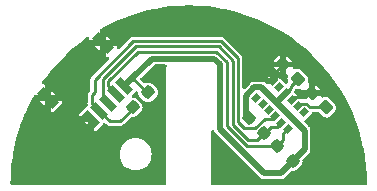
<source format=gbr>
%TF.GenerationSoftware,KiCad,Pcbnew,(7.0.0)*%
%TF.CreationDate,2023-03-07T16:38:13-05:00*%
%TF.ProjectId,laser-holder,6c617365-722d-4686-9f6c-6465722e6b69,A*%
%TF.SameCoordinates,Original*%
%TF.FileFunction,Copper,L1,Top*%
%TF.FilePolarity,Positive*%
%FSLAX46Y46*%
G04 Gerber Fmt 4.6, Leading zero omitted, Abs format (unit mm)*
G04 Created by KiCad (PCBNEW (7.0.0)) date 2023-03-07 16:38:13*
%MOMM*%
%LPD*%
G01*
G04 APERTURE LIST*
G04 Aperture macros list*
%AMRoundRect*
0 Rectangle with rounded corners*
0 $1 Rounding radius*
0 $2 $3 $4 $5 $6 $7 $8 $9 X,Y pos of 4 corners*
0 Add a 4 corners polygon primitive as box body*
4,1,4,$2,$3,$4,$5,$6,$7,$8,$9,$2,$3,0*
0 Add four circle primitives for the rounded corners*
1,1,$1+$1,$2,$3*
1,1,$1+$1,$4,$5*
1,1,$1+$1,$6,$7*
1,1,$1+$1,$8,$9*
0 Add four rect primitives between the rounded corners*
20,1,$1+$1,$2,$3,$4,$5,0*
20,1,$1+$1,$4,$5,$6,$7,0*
20,1,$1+$1,$6,$7,$8,$9,0*
20,1,$1+$1,$8,$9,$2,$3,0*%
%AMRotRect*
0 Rectangle, with rotation*
0 The origin of the aperture is its center*
0 $1 length*
0 $2 width*
0 $3 Rotation angle, in degrees counterclockwise*
0 Add horizontal line*
21,1,$1,$2,0,0,$3*%
G04 Aperture macros list end*
%TA.AperFunction,SMDPad,CuDef*%
%ADD10RotRect,0.600000X1.550000X225.000000*%
%TD*%
%TA.AperFunction,SMDPad,CuDef*%
%ADD11RotRect,0.800000X1.800000X225.000000*%
%TD*%
%TA.AperFunction,SMDPad,CuDef*%
%ADD12RoundRect,0.237500X-0.344715X0.008839X0.008839X-0.344715X0.344715X-0.008839X-0.008839X0.344715X0*%
%TD*%
%TA.AperFunction,SMDPad,CuDef*%
%ADD13RoundRect,0.237500X0.008839X0.344715X-0.344715X-0.008839X-0.008839X-0.344715X0.344715X0.008839X0*%
%TD*%
%TA.AperFunction,SMDPad,CuDef*%
%ADD14RoundRect,0.237500X0.380070X-0.044194X-0.044194X0.380070X-0.380070X0.044194X0.044194X-0.380070X0*%
%TD*%
%TA.AperFunction,SMDPad,CuDef*%
%ADD15RotRect,0.600000X0.550000X45.000000*%
%TD*%
%TA.AperFunction,SMDPad,CuDef*%
%ADD16RoundRect,0.237500X0.344715X-0.008839X-0.008839X0.344715X-0.344715X0.008839X0.008839X-0.344715X0*%
%TD*%
%TA.AperFunction,Conductor*%
%ADD17C,0.250000*%
%TD*%
%TA.AperFunction,Conductor*%
%ADD18C,0.500000*%
%TD*%
G04 APERTURE END LIST*
D10*
%TO.P,J1,1,Pin_1*%
%TO.N,VCC*%
X139107285Y-94720278D03*
%TO.P,J1,2,Pin_2*%
%TO.N,/SDA*%
X138400178Y-95427385D03*
%TO.P,J1,3,Pin_3*%
%TO.N,/SCL*%
X137693071Y-96134492D03*
%TO.P,J1,4,Pin_4*%
%TO.N,/GPIO0*%
X136985964Y-96841599D03*
%TO.P,J1,5,Pin_5*%
%TO.N,GND*%
X136278857Y-97548706D03*
D11*
%TO.P,J1,SH1,Shield*%
X137321840Y-91096356D03*
%TO.P,J1,SH2,Shield*%
X132654935Y-95763261D03*
%TD*%
D12*
%TO.P,R2,2*%
%TO.N,/SCL*%
X150957196Y-98698617D03*
%TO.P,R2,1*%
%TO.N,VCC*%
X149666726Y-97408147D03*
%TD*%
D13*
%TO.P,R3,1*%
%TO.N,VCC*%
X141111961Y-95254765D03*
%TO.P,R3,2*%
%TO.N,/GPIO0*%
X139821491Y-96545235D03*
%TD*%
D14*
%TO.P,C2,2*%
%TO.N,GND*%
X154966726Y-95308147D03*
%TO.P,C2,1*%
%TO.N,Net-(U1-AVDD_VCSEL)*%
X156186486Y-96527907D03*
%TD*%
D15*
%TO.P,U1,12,AVSS*%
%TO.N,GND*%
X151707106Y-94292892D03*
%TO.P,U1,11,NC*%
%TO.N,unconnected-(U1-NC-Pad11)*%
X152237436Y-94823222D03*
%TO.P,U1,10,AVDD*%
%TO.N,VCC*%
X152767766Y-95353552D03*
%TO.P,U1,9,AVSS_VCSEL*%
%TO.N,GND*%
X153298096Y-95883882D03*
%TO.P,U1,8,AVDD_VCSEL*%
%TO.N,Net-(U1-AVDD_VCSEL)*%
X153828426Y-96414213D03*
%TO.P,U1,7,NC*%
%TO.N,unconnected-(U1-NC-Pad7)*%
X154358756Y-96944543D03*
%TO.P,U1,6,SDA*%
%TO.N,/SDA*%
X152944543Y-98358756D03*
%TO.P,U1,5,SCL*%
%TO.N,/SCL*%
X152414213Y-97828426D03*
%TO.P,U1,4,GPIO0*%
%TO.N,/GPIO0*%
X151883882Y-97298096D03*
%TO.P,U1,3,NC*%
%TO.N,unconnected-(U1-NC-Pad3)*%
X151353552Y-96767766D03*
%TO.P,U1,2,NC*%
%TO.N,unconnected-(U1-NC-Pad2)*%
X150823222Y-96237436D03*
%TO.P,U1,1,GPIO1*%
%TO.N,unconnected-(U1-GPIO1-Pad1)*%
X150292892Y-95707106D03*
%TD*%
D16*
%TO.P,R1,2*%
%TO.N,/SDA*%
X152066726Y-99808147D03*
%TO.P,R1,1*%
%TO.N,VCC*%
X153357196Y-101098617D03*
%TD*%
D14*
%TO.P,C1,1*%
%TO.N,VCC*%
X153786486Y-94127907D03*
%TO.P,C1,2*%
%TO.N,GND*%
X152566726Y-92908147D03*
%TD*%
D17*
%TO.N,GND*%
X152000000Y-93474873D02*
X152566726Y-92908147D01*
X151707107Y-94292893D02*
X152000000Y-94000000D01*
X152000000Y-94000000D02*
X152000000Y-93474873D01*
D18*
%TO.N,VCC*%
X152050609Y-96070711D02*
X152767767Y-95353553D01*
X151929289Y-96070711D02*
X152050609Y-96070711D01*
X151929289Y-96070711D02*
X154366726Y-98508147D01*
X150709100Y-94850521D02*
X151929289Y-96070711D01*
D17*
%TO.N,/GPIO0*%
X136366726Y-96222361D02*
X136985965Y-96841600D01*
X136366726Y-95508147D02*
X136366726Y-96222361D01*
X136607932Y-95266941D02*
X136366726Y-95508147D01*
X136607932Y-94194149D02*
X136607932Y-95266941D01*
X139868934Y-90933147D02*
X136607932Y-94194149D01*
X147277690Y-90933147D02*
X139868934Y-90933147D01*
X150996534Y-97510229D02*
X150191401Y-98315362D01*
X149237544Y-98315362D02*
X148733883Y-97811701D01*
X151671751Y-97510229D02*
X150996534Y-97510229D01*
X148733883Y-97811701D02*
X148733883Y-92389340D01*
X151883883Y-97298097D02*
X151671751Y-97510229D01*
X150191401Y-98315362D02*
X149237544Y-98315362D01*
X148733883Y-92389340D02*
X147277690Y-90933147D01*
X138766726Y-97708147D02*
X139821491Y-96653382D01*
X137866726Y-97708147D02*
X138766726Y-97708147D01*
X137000179Y-96841600D02*
X137866726Y-97708147D01*
X136985965Y-96841600D02*
X137000179Y-96841600D01*
%TO.N,VCC*%
X141111961Y-95353382D02*
X139793072Y-94034493D01*
X141111961Y-95362912D02*
X141111961Y-95353382D01*
D18*
X139793072Y-94034493D02*
X141419418Y-92408147D01*
X139107286Y-94720279D02*
X139793072Y-94034493D01*
D17*
X139178858Y-94720279D02*
X139107286Y-94720279D01*
D18*
X154366726Y-100089087D02*
X153357196Y-101098617D01*
X154366726Y-98508147D02*
X154366726Y-100089087D01*
X149436307Y-95538389D02*
X150124175Y-94850521D01*
X150124175Y-94850521D02*
X150709100Y-94850521D01*
X149436307Y-97177728D02*
X149436307Y-95538389D01*
X149666726Y-97408147D02*
X149436307Y-97177728D01*
D17*
%TO.N,/SCL*%
X150357716Y-99298097D02*
X150957196Y-98698617D01*
X148283883Y-97998097D02*
X149583883Y-99298097D01*
X148283883Y-92575736D02*
X148283883Y-97998097D01*
X140055330Y-91383147D02*
X147091294Y-91383147D01*
X137284924Y-94153553D02*
X140055330Y-91383147D01*
X149583883Y-99298097D02*
X150357716Y-99298097D01*
X137693072Y-96134493D02*
X137284924Y-95726345D01*
X137284924Y-95726345D02*
X137284924Y-94153553D01*
X147091294Y-91383147D02*
X148283883Y-92575736D01*
%TO.N,/SDA*%
X149457537Y-99808147D02*
X152066726Y-99808147D01*
X146904898Y-91833147D02*
X147783883Y-92712132D01*
X147783883Y-92712132D02*
X147783883Y-98134493D01*
X137734924Y-94762131D02*
X137734924Y-94339949D01*
X140241726Y-91833147D02*
X146904898Y-91833147D01*
X138400179Y-95427386D02*
X137734924Y-94762131D01*
X137734924Y-94339949D02*
X140241726Y-91833147D01*
X147783883Y-98134493D02*
X149457537Y-99808147D01*
D18*
%TO.N,VCC*%
X152347666Y-102108147D02*
X153357196Y-101098617D01*
X150944365Y-102108147D02*
X152347666Y-102108147D01*
X147166726Y-98330508D02*
X150944365Y-102108147D01*
X147166726Y-92908147D02*
X147166726Y-98330508D01*
X146666726Y-92408147D02*
X147166726Y-92908147D01*
X141419418Y-92408147D02*
X146666726Y-92408147D01*
D17*
%TO.N,GND*%
X152566726Y-93015254D02*
X152566726Y-92908147D01*
%TO.N,VCC*%
X153183883Y-94730510D02*
X153786486Y-94127907D01*
X153183883Y-94937437D02*
X153183883Y-94730510D01*
X152767767Y-95353553D02*
X153183883Y-94937437D01*
%TO.N,GND*%
X154383883Y-95698097D02*
X154773833Y-95308147D01*
X154357537Y-95671751D02*
X154383883Y-95698097D01*
X153510229Y-95671751D02*
X154357537Y-95671751D01*
X153298097Y-95883883D02*
X153510229Y-95671751D01*
X154773833Y-95308147D02*
X154966726Y-95308147D01*
%TO.N,/SDA*%
X152583883Y-99290990D02*
X152066726Y-99808147D01*
X152583883Y-98719418D02*
X152583883Y-99290990D01*
X152944544Y-98358757D02*
X152583883Y-98719418D01*
%TO.N,/SCL*%
X151483883Y-98198097D02*
X152044544Y-98198097D01*
X152044544Y-98198097D02*
X152414214Y-97828427D01*
X150983363Y-98698617D02*
X151483883Y-98198097D01*
X150957196Y-98698617D02*
X150983363Y-98698617D01*
%TO.N,Net-(U1-AVDD_VCSEL)*%
X154029683Y-96212958D02*
X153828427Y-96414214D01*
X154826004Y-96527907D02*
X154511055Y-96212958D01*
X154511055Y-96212958D02*
X154029683Y-96212958D01*
X156186486Y-96527907D02*
X154826004Y-96527907D01*
%TD*%
%TA.AperFunction,Conductor*%
%TO.N,GND*%
G36*
X145328357Y-87927946D02*
G01*
X145334614Y-87928263D01*
X146091201Y-87985880D01*
X146097451Y-87986516D01*
X146850073Y-88082368D01*
X146856273Y-88083318D01*
X147603169Y-88217186D01*
X147609284Y-88218443D01*
X148348395Y-88389957D01*
X148354446Y-88391523D01*
X149083957Y-88600262D01*
X149089931Y-88602137D01*
X149807892Y-88847543D01*
X149813755Y-88849715D01*
X150518390Y-89131179D01*
X150524143Y-89133649D01*
X151213599Y-89450433D01*
X151219232Y-89453195D01*
X151555497Y-89628846D01*
X151891755Y-89804494D01*
X151897248Y-89807543D01*
X152551114Y-90192452D01*
X152556445Y-90195775D01*
X153189982Y-90613311D01*
X153195139Y-90616901D01*
X153806679Y-91065963D01*
X153811647Y-91069808D01*
X154399673Y-91549280D01*
X154404440Y-91553372D01*
X154967449Y-92062031D01*
X154972002Y-92066360D01*
X155508501Y-92602858D01*
X155512830Y-92607411D01*
X156021491Y-93170421D01*
X156025583Y-93175188D01*
X156505063Y-93763224D01*
X156508908Y-93768192D01*
X156957977Y-94379741D01*
X156961567Y-94384898D01*
X157379096Y-95018425D01*
X157382419Y-95023756D01*
X157767328Y-95677623D01*
X157770377Y-95683116D01*
X158121671Y-96355632D01*
X158124437Y-96361273D01*
X158441209Y-97050697D01*
X158443687Y-97056470D01*
X158725153Y-97761109D01*
X158727335Y-97767001D01*
X158972731Y-98484930D01*
X158974612Y-98490924D01*
X159183344Y-99220410D01*
X159184918Y-99226492D01*
X159356424Y-99965567D01*
X159357689Y-99971721D01*
X159491548Y-100718574D01*
X159492499Y-100724784D01*
X159588357Y-101477440D01*
X159588993Y-101483690D01*
X159646606Y-102240247D01*
X159646924Y-102246522D01*
X159665525Y-102980506D01*
X159649984Y-103043824D01*
X159604470Y-103090507D01*
X159541565Y-103107647D01*
X146591226Y-103107647D01*
X146529226Y-103091034D01*
X146483839Y-103045647D01*
X146467226Y-102983647D01*
X146467226Y-98574557D01*
X146485964Y-98509014D01*
X146536515Y-98463280D01*
X146603600Y-98451176D01*
X146666946Y-98476361D01*
X146707408Y-98531223D01*
X146719830Y-98564529D01*
X146719831Y-98564531D01*
X146722930Y-98572839D01*
X146728245Y-98579939D01*
X146732494Y-98587720D01*
X146732392Y-98587775D01*
X146732772Y-98588415D01*
X146732869Y-98588353D01*
X146737665Y-98595815D01*
X146741349Y-98603881D01*
X146773873Y-98641415D01*
X146779414Y-98648293D01*
X146787505Y-98659101D01*
X146790642Y-98662238D01*
X146797048Y-98668644D01*
X146803080Y-98675123D01*
X146829791Y-98705950D01*
X146829793Y-98705952D01*
X146835598Y-98712651D01*
X146843054Y-98717442D01*
X146849763Y-98723256D01*
X146849687Y-98723343D01*
X146860297Y-98731893D01*
X150542980Y-102414575D01*
X150551532Y-102425187D01*
X150551620Y-102425112D01*
X150557426Y-102431813D01*
X150562222Y-102439275D01*
X150568924Y-102445082D01*
X150599756Y-102471798D01*
X150606235Y-102477830D01*
X150615772Y-102487367D01*
X150619323Y-102490025D01*
X150626563Y-102495445D01*
X150633456Y-102500999D01*
X150670992Y-102533524D01*
X150679060Y-102537208D01*
X150686519Y-102542002D01*
X150686455Y-102542100D01*
X150687094Y-102542479D01*
X150687150Y-102542377D01*
X150694930Y-102546625D01*
X150702034Y-102551943D01*
X150748587Y-102569306D01*
X150756725Y-102572677D01*
X150801908Y-102593312D01*
X150810691Y-102594574D01*
X150819197Y-102597072D01*
X150819163Y-102597184D01*
X150819880Y-102597367D01*
X150819905Y-102597253D01*
X150828569Y-102599137D01*
X150836882Y-102602238D01*
X150886417Y-102605780D01*
X150895202Y-102606725D01*
X150908566Y-102608647D01*
X150922057Y-102608647D01*
X150930903Y-102608962D01*
X150980438Y-102612506D01*
X150989104Y-102610620D01*
X150997951Y-102609988D01*
X150997959Y-102610103D01*
X151011509Y-102608647D01*
X152280522Y-102608647D01*
X152294071Y-102610103D01*
X152294080Y-102609988D01*
X152302926Y-102610620D01*
X152311593Y-102612506D01*
X152361127Y-102608962D01*
X152369974Y-102608647D01*
X152379031Y-102608647D01*
X152383465Y-102608647D01*
X152396828Y-102606725D01*
X152405615Y-102605780D01*
X152455149Y-102602238D01*
X152463459Y-102599137D01*
X152472126Y-102597253D01*
X152472150Y-102597367D01*
X152472868Y-102597184D01*
X152472835Y-102597072D01*
X152481341Y-102594574D01*
X152490123Y-102593312D01*
X152535313Y-102572673D01*
X152543453Y-102569302D01*
X152589997Y-102551943D01*
X152597099Y-102546625D01*
X152604885Y-102542375D01*
X152604940Y-102542477D01*
X152605574Y-102542101D01*
X152605511Y-102542002D01*
X152612967Y-102537209D01*
X152621039Y-102533524D01*
X152658574Y-102500999D01*
X152665441Y-102495465D01*
X152676259Y-102487368D01*
X152685808Y-102477817D01*
X152692274Y-102471798D01*
X152729809Y-102439275D01*
X152734603Y-102431814D01*
X152740415Y-102425108D01*
X152740502Y-102425183D01*
X152749051Y-102414575D01*
X153200831Y-101962794D01*
X153249352Y-101932822D01*
X153306152Y-101927739D01*
X153366035Y-101936349D01*
X153504935Y-101916379D01*
X153632580Y-101858085D01*
X153678099Y-101821403D01*
X154079982Y-101419520D01*
X154116664Y-101374001D01*
X154174958Y-101246356D01*
X154194928Y-101107456D01*
X154186318Y-101047573D01*
X154191401Y-100990773D01*
X154221373Y-100942252D01*
X154673156Y-100490469D01*
X154683762Y-100481923D01*
X154683687Y-100481836D01*
X154690393Y-100476024D01*
X154697854Y-100471230D01*
X154730379Y-100433691D01*
X154736400Y-100427226D01*
X154745947Y-100417680D01*
X154754044Y-100406862D01*
X154759581Y-100399990D01*
X154792103Y-100362460D01*
X154795788Y-100354388D01*
X154800581Y-100346932D01*
X154800680Y-100346995D01*
X154801056Y-100346361D01*
X154800954Y-100346306D01*
X154805204Y-100338520D01*
X154810522Y-100331418D01*
X154827881Y-100284874D01*
X154831252Y-100276734D01*
X154851891Y-100231544D01*
X154853153Y-100222762D01*
X154855651Y-100214256D01*
X154855763Y-100214289D01*
X154855946Y-100213571D01*
X154855832Y-100213547D01*
X154857716Y-100204880D01*
X154860817Y-100196570D01*
X154864359Y-100147036D01*
X154865304Y-100138249D01*
X154867226Y-100124886D01*
X154867226Y-100111395D01*
X154867542Y-100102548D01*
X154870452Y-100061860D01*
X154871085Y-100053014D01*
X154869199Y-100044347D01*
X154868567Y-100035501D01*
X154868682Y-100035492D01*
X154867226Y-100021943D01*
X154867226Y-98575291D01*
X154868682Y-98561741D01*
X154868567Y-98561733D01*
X154869199Y-98552886D01*
X154871085Y-98544220D01*
X154867541Y-98494685D01*
X154867226Y-98485839D01*
X154867226Y-98476783D01*
X154867226Y-98472348D01*
X154865304Y-98458984D01*
X154864359Y-98450193D01*
X154860817Y-98400664D01*
X154857716Y-98392351D01*
X154855832Y-98383687D01*
X154855946Y-98383662D01*
X154855763Y-98382945D01*
X154855651Y-98382979D01*
X154853153Y-98374473D01*
X154851891Y-98365690D01*
X154831256Y-98320507D01*
X154827885Y-98312369D01*
X154810522Y-98265816D01*
X154805204Y-98258712D01*
X154800956Y-98250932D01*
X154801058Y-98250876D01*
X154800679Y-98250237D01*
X154800581Y-98250301D01*
X154795787Y-98242841D01*
X154792103Y-98234774D01*
X154786296Y-98228072D01*
X154786292Y-98228066D01*
X154759586Y-98197246D01*
X154754032Y-98190354D01*
X154751923Y-98187537D01*
X154745947Y-98179554D01*
X154736401Y-98170008D01*
X154730384Y-98163547D01*
X154697854Y-98126004D01*
X154690394Y-98121210D01*
X154683689Y-98115399D01*
X154683764Y-98115311D01*
X154673153Y-98106760D01*
X154364868Y-97798475D01*
X154332265Y-97740922D01*
X154333889Y-97674796D01*
X154369278Y-97618914D01*
X154416061Y-97595367D01*
X154415558Y-97594153D01*
X154426841Y-97589478D01*
X154438820Y-97587096D01*
X154500762Y-97545708D01*
X154959921Y-97086549D01*
X155001309Y-97024607D01*
X155005564Y-97003212D01*
X155028808Y-96951919D01*
X155072339Y-96916194D01*
X155127182Y-96903407D01*
X155484612Y-96903407D01*
X155532065Y-96912846D01*
X155572293Y-96939725D01*
X155918616Y-97286049D01*
X155964135Y-97322730D01*
X156091780Y-97381024D01*
X156230680Y-97400994D01*
X156369580Y-97381024D01*
X156497225Y-97322730D01*
X156542745Y-97286049D01*
X156944628Y-96884166D01*
X156981309Y-96838646D01*
X157039603Y-96711001D01*
X157059573Y-96572101D01*
X157039603Y-96433201D01*
X156981309Y-96305556D01*
X156944628Y-96260037D01*
X156454356Y-95769765D01*
X156408837Y-95733084D01*
X156401779Y-95729860D01*
X156401778Y-95729860D01*
X156289259Y-95678474D01*
X156289258Y-95678473D01*
X156281192Y-95674790D01*
X156272418Y-95673528D01*
X156272413Y-95673527D01*
X156151070Y-95656082D01*
X156142292Y-95654820D01*
X156133514Y-95656082D01*
X156012170Y-95673527D01*
X156012163Y-95673528D01*
X156003392Y-95674790D01*
X155995329Y-95678472D01*
X155995323Y-95678474D01*
X155957893Y-95695568D01*
X155892027Y-95705939D01*
X155830312Y-95680698D01*
X155790593Y-95627142D01*
X155784376Y-95561008D01*
X155773164Y-95558147D01*
X154212374Y-95558147D01*
X154201432Y-95561306D01*
X154205838Y-95571810D01*
X154206890Y-95573115D01*
X154211315Y-95578041D01*
X154259051Y-95625777D01*
X154289301Y-95675140D01*
X154293843Y-95732856D01*
X154271688Y-95786343D01*
X154227665Y-95823943D01*
X154171370Y-95837458D01*
X154081488Y-95837458D01*
X154056018Y-95834814D01*
X154052616Y-95834100D01*
X154006496Y-95811989D01*
X154005788Y-95813050D01*
X153961353Y-95783360D01*
X153927140Y-95749147D01*
X153902258Y-95711907D01*
X153894559Y-95702527D01*
X153505070Y-95313038D01*
X153474404Y-95262371D01*
X153470736Y-95203260D01*
X153494899Y-95149192D01*
X153518692Y-95118626D01*
X153521273Y-95111105D01*
X153525893Y-95104636D01*
X153538182Y-95063355D01*
X153571681Y-95008781D01*
X153627945Y-94978196D01*
X153688849Y-94979685D01*
X153691780Y-94981024D01*
X153830680Y-95000994D01*
X153969580Y-94981024D01*
X153977648Y-94977339D01*
X153986157Y-94974841D01*
X153986533Y-94976122D01*
X154044970Y-94967363D01*
X154107736Y-94994682D01*
X154146442Y-95051142D01*
X154147704Y-95054935D01*
X154160288Y-95058147D01*
X154700400Y-95058147D01*
X154713275Y-95054696D01*
X154716726Y-95041821D01*
X155216726Y-95041821D01*
X155220176Y-95054696D01*
X155233052Y-95058147D01*
X155721078Y-95058147D01*
X155732019Y-95054987D01*
X155727613Y-95044483D01*
X155726561Y-95043178D01*
X155722136Y-95038252D01*
X155236620Y-94552736D01*
X155231694Y-94548311D01*
X155230389Y-94547259D01*
X155219885Y-94542853D01*
X155216726Y-94553795D01*
X155216726Y-95041821D01*
X154716726Y-95041821D01*
X154716726Y-94501709D01*
X154713514Y-94489125D01*
X154709721Y-94487863D01*
X154653261Y-94449157D01*
X154625942Y-94386391D01*
X154634701Y-94327954D01*
X154633420Y-94327578D01*
X154635918Y-94319069D01*
X154639603Y-94311001D01*
X154659573Y-94172101D01*
X154652336Y-94121768D01*
X154640865Y-94041979D01*
X154639603Y-94033201D01*
X154581309Y-93905556D01*
X154544628Y-93860037D01*
X154054356Y-93369765D01*
X154008837Y-93333084D01*
X154001779Y-93329860D01*
X154001778Y-93329860D01*
X153889259Y-93278474D01*
X153889258Y-93278473D01*
X153881192Y-93274790D01*
X153872418Y-93273528D01*
X153872413Y-93273527D01*
X153751070Y-93256082D01*
X153742292Y-93254820D01*
X153733514Y-93256082D01*
X153612170Y-93273527D01*
X153612163Y-93273528D01*
X153603392Y-93274790D01*
X153595329Y-93278472D01*
X153595323Y-93278474D01*
X153557893Y-93295568D01*
X153492027Y-93305939D01*
X153430312Y-93280698D01*
X153390593Y-93227142D01*
X153384376Y-93161008D01*
X153373164Y-93158147D01*
X152833052Y-93158147D01*
X152820176Y-93161597D01*
X152816726Y-93174473D01*
X152816726Y-93714585D01*
X152819587Y-93725797D01*
X152885721Y-93732014D01*
X152939277Y-93771733D01*
X152964518Y-93833448D01*
X152954147Y-93899314D01*
X152937053Y-93936744D01*
X152937051Y-93936750D01*
X152933369Y-93944813D01*
X152932107Y-93953584D01*
X152932106Y-93953591D01*
X152919399Y-94041979D01*
X152913399Y-94083713D01*
X152914661Y-94092491D01*
X152932106Y-94213834D01*
X152932107Y-94213839D01*
X152933369Y-94222613D01*
X152937052Y-94230679D01*
X152937053Y-94230680D01*
X152967820Y-94298049D01*
X152979020Y-94348317D01*
X152968831Y-94398799D01*
X152939011Y-94440789D01*
X152934645Y-94444808D01*
X152926047Y-94450426D01*
X152919738Y-94458530D01*
X152919734Y-94458535D01*
X152906603Y-94475405D01*
X152903156Y-94479332D01*
X152903301Y-94479455D01*
X152899988Y-94483365D01*
X152896363Y-94486992D01*
X152893388Y-94491158D01*
X152893381Y-94491167D01*
X152891194Y-94494232D01*
X152851535Y-94529989D01*
X152800517Y-94545754D01*
X152747600Y-94538601D01*
X152702597Y-94509858D01*
X152419110Y-94226371D01*
X152414798Y-94222059D01*
X152409730Y-94218672D01*
X152409723Y-94218667D01*
X152370362Y-94192367D01*
X152336149Y-94158155D01*
X152311268Y-94120918D01*
X152303569Y-94111537D01*
X151967484Y-93775452D01*
X151959337Y-93770460D01*
X151957107Y-93779751D01*
X151957107Y-94309022D01*
X151947668Y-94356475D01*
X151920788Y-94396703D01*
X151810917Y-94506574D01*
X151770689Y-94533454D01*
X151723236Y-94542893D01*
X151179289Y-94542893D01*
X151179289Y-94542195D01*
X151138417Y-94542121D01*
X151086596Y-94515366D01*
X151053701Y-94486863D01*
X151047236Y-94480843D01*
X151040830Y-94474437D01*
X151040829Y-94474436D01*
X151037693Y-94471300D01*
X151026877Y-94463203D01*
X151020007Y-94457668D01*
X150982473Y-94425144D01*
X150974407Y-94421460D01*
X150966945Y-94416664D01*
X150967007Y-94416567D01*
X150966367Y-94416187D01*
X150966312Y-94416289D01*
X150958531Y-94412040D01*
X150951431Y-94406725D01*
X150943123Y-94403626D01*
X150943121Y-94403625D01*
X150904890Y-94389366D01*
X150896713Y-94385978D01*
X150859627Y-94369041D01*
X150859624Y-94369040D01*
X150851557Y-94365356D01*
X150842776Y-94364093D01*
X150834271Y-94361596D01*
X150834303Y-94361485D01*
X150833579Y-94361300D01*
X150833555Y-94361413D01*
X150824889Y-94359527D01*
X150816583Y-94356430D01*
X150807742Y-94355797D01*
X150807740Y-94355797D01*
X150767046Y-94352886D01*
X150758255Y-94351941D01*
X150744899Y-94350021D01*
X150740470Y-94350021D01*
X150731408Y-94350021D01*
X150722561Y-94349705D01*
X150681873Y-94346794D01*
X150681867Y-94346794D01*
X150673027Y-94346162D01*
X150664362Y-94348046D01*
X150655514Y-94348680D01*
X150655505Y-94348564D01*
X150641956Y-94350021D01*
X150191319Y-94350021D01*
X150177769Y-94348564D01*
X150177761Y-94348680D01*
X150168912Y-94348046D01*
X150160248Y-94346162D01*
X150151406Y-94346794D01*
X150151401Y-94346794D01*
X150110714Y-94349705D01*
X150101867Y-94350021D01*
X150088376Y-94350021D01*
X150083994Y-94350650D01*
X150083992Y-94350651D01*
X150075019Y-94351941D01*
X150066229Y-94352886D01*
X150025537Y-94355797D01*
X150025535Y-94355797D01*
X150016692Y-94356430D01*
X150008383Y-94359528D01*
X149999720Y-94361413D01*
X149999695Y-94361300D01*
X149998969Y-94361485D01*
X149999002Y-94361596D01*
X149990494Y-94364093D01*
X149981718Y-94365356D01*
X149973657Y-94369037D01*
X149973651Y-94369039D01*
X149936541Y-94385987D01*
X149928371Y-94389370D01*
X149915628Y-94394123D01*
X149890154Y-94403625D01*
X149890151Y-94403626D01*
X149881844Y-94406725D01*
X149874743Y-94412040D01*
X149866962Y-94416289D01*
X149866907Y-94416188D01*
X149866266Y-94416569D01*
X149866328Y-94416665D01*
X149858864Y-94421461D01*
X149850802Y-94425144D01*
X149844105Y-94430946D01*
X149844100Y-94430950D01*
X149813273Y-94457661D01*
X149806396Y-94463203D01*
X149799126Y-94468645D01*
X149799102Y-94468665D01*
X149795582Y-94471301D01*
X149792462Y-94474420D01*
X149792449Y-94474432D01*
X149786035Y-94480845D01*
X149779568Y-94486866D01*
X149748735Y-94513584D01*
X149748732Y-94513586D01*
X149742032Y-94519393D01*
X149737237Y-94526853D01*
X149731432Y-94533553D01*
X149731344Y-94533477D01*
X149722789Y-94544092D01*
X149321064Y-94945817D01*
X149271701Y-94976067D01*
X149213985Y-94980609D01*
X149160498Y-94958454D01*
X149122898Y-94914431D01*
X149109383Y-94858136D01*
X149109383Y-94040662D01*
X151220030Y-94040662D01*
X151229321Y-94042893D01*
X151440781Y-94042893D01*
X151453656Y-94039442D01*
X151457107Y-94026567D01*
X151457107Y-93815107D01*
X151454876Y-93805816D01*
X151446729Y-93810808D01*
X151225022Y-94032515D01*
X151220030Y-94040662D01*
X149109383Y-94040662D01*
X149109383Y-93161306D01*
X151801432Y-93161306D01*
X151805838Y-93171810D01*
X151806890Y-93173115D01*
X151811315Y-93178041D01*
X152296831Y-93663557D01*
X152301757Y-93667982D01*
X152303062Y-93669034D01*
X152313566Y-93673440D01*
X152316726Y-93662499D01*
X152316726Y-93174473D01*
X152313275Y-93161597D01*
X152300400Y-93158147D01*
X151812374Y-93158147D01*
X151801432Y-93161306D01*
X149109383Y-93161306D01*
X149109383Y-92655301D01*
X151749141Y-92655301D01*
X151760288Y-92658147D01*
X152300400Y-92658147D01*
X152313275Y-92654696D01*
X152316726Y-92641821D01*
X152816726Y-92641821D01*
X152820176Y-92654696D01*
X152833052Y-92658147D01*
X153321078Y-92658147D01*
X153332019Y-92654987D01*
X153327613Y-92644483D01*
X153326561Y-92643178D01*
X153322136Y-92638252D01*
X152836620Y-92152736D01*
X152831694Y-92148311D01*
X152830389Y-92147259D01*
X152819885Y-92142853D01*
X152816726Y-92153795D01*
X152816726Y-92641821D01*
X152316726Y-92641821D01*
X152316726Y-92101709D01*
X152313880Y-92090562D01*
X152302559Y-92092604D01*
X152263310Y-92110528D01*
X152250222Y-92118613D01*
X152213369Y-92148311D01*
X152208443Y-92152736D01*
X151811315Y-92549864D01*
X151806890Y-92554790D01*
X151777192Y-92591643D01*
X151769107Y-92604731D01*
X151751183Y-92643980D01*
X151749141Y-92655301D01*
X149109383Y-92655301D01*
X149109383Y-92441145D01*
X149112023Y-92415696D01*
X149112141Y-92415130D01*
X149112141Y-92415129D01*
X149114250Y-92405072D01*
X149110334Y-92373663D01*
X149110011Y-92368453D01*
X149109807Y-92368470D01*
X149109383Y-92363358D01*
X149109383Y-92358226D01*
X149105957Y-92337702D01*
X149105224Y-92332666D01*
X149100020Y-92290912D01*
X149098749Y-92280714D01*
X149095256Y-92273569D01*
X149093948Y-92265730D01*
X149069041Y-92219706D01*
X149066720Y-92215199D01*
X149043709Y-92168129D01*
X149038085Y-92162505D01*
X149034302Y-92155514D01*
X149026741Y-92148554D01*
X149026740Y-92148552D01*
X148995800Y-92120070D01*
X148992102Y-92116522D01*
X147579840Y-90704259D01*
X147563712Y-90684398D01*
X147563396Y-90683915D01*
X147563393Y-90683912D01*
X147557774Y-90675311D01*
X147532799Y-90655872D01*
X147528880Y-90652411D01*
X147528748Y-90652568D01*
X147524833Y-90649252D01*
X147521208Y-90645627D01*
X147504281Y-90633542D01*
X147500171Y-90630477D01*
X147466987Y-90604649D01*
X147458879Y-90598338D01*
X147451358Y-90595756D01*
X147444889Y-90591137D01*
X147435043Y-90588205D01*
X147435040Y-90588204D01*
X147394733Y-90576203D01*
X147389857Y-90574641D01*
X147350071Y-90560983D01*
X147350064Y-90560981D01*
X147340350Y-90557647D01*
X147332396Y-90557647D01*
X147324778Y-90555379D01*
X147314513Y-90555803D01*
X147314510Y-90555803D01*
X147272497Y-90557541D01*
X147267374Y-90557647D01*
X139920739Y-90557647D01*
X139895290Y-90555007D01*
X139894724Y-90554888D01*
X139894717Y-90554887D01*
X139884666Y-90552780D01*
X139874475Y-90554050D01*
X139874471Y-90554050D01*
X139853258Y-90556695D01*
X139848043Y-90557018D01*
X139848060Y-90557223D01*
X139842941Y-90557647D01*
X139837820Y-90557647D01*
X139832772Y-90558489D01*
X139832762Y-90558490D01*
X139817328Y-90561065D01*
X139812268Y-90561802D01*
X139770505Y-90567008D01*
X139770494Y-90567011D01*
X139760308Y-90568281D01*
X139753163Y-90571773D01*
X139745324Y-90573082D01*
X139736295Y-90577967D01*
X139736292Y-90577969D01*
X139699303Y-90597985D01*
X139694755Y-90600326D01*
X139656951Y-90618809D01*
X139656949Y-90618810D01*
X139647723Y-90623321D01*
X139642099Y-90628944D01*
X139635108Y-90632728D01*
X139628155Y-90640279D01*
X139628153Y-90640282D01*
X139599651Y-90671242D01*
X139596105Y-90674937D01*
X138704286Y-91566756D01*
X138650261Y-91598420D01*
X138587652Y-91599648D01*
X138532427Y-91570125D01*
X138498670Y-91517382D01*
X138496122Y-91474101D01*
X138493595Y-91474101D01*
X138493595Y-91437930D01*
X138478957Y-91364342D01*
X138474201Y-91352858D01*
X138470756Y-91349736D01*
X138457265Y-91346357D01*
X137588167Y-91346357D01*
X137575291Y-91349807D01*
X137571841Y-91362683D01*
X137571841Y-92231781D01*
X137575220Y-92245272D01*
X137578342Y-92248717D01*
X137589826Y-92253473D01*
X137663414Y-92268111D01*
X137699585Y-92268111D01*
X137699585Y-92270639D01*
X137742861Y-92273185D01*
X137795606Y-92306941D01*
X137825130Y-92362166D01*
X137823904Y-92424776D01*
X137792239Y-92478802D01*
X136379039Y-93892002D01*
X136359190Y-93908122D01*
X136350096Y-93914065D01*
X136343790Y-93922166D01*
X136343784Y-93922172D01*
X136330652Y-93939044D01*
X136327205Y-93942971D01*
X136327350Y-93943094D01*
X136324037Y-93947004D01*
X136320412Y-93950631D01*
X136317437Y-93954797D01*
X136317430Y-93954806D01*
X136308333Y-93967548D01*
X136305274Y-93971650D01*
X136279432Y-94004852D01*
X136279428Y-94004859D01*
X136273123Y-94012960D01*
X136270541Y-94020480D01*
X136265922Y-94026950D01*
X136262992Y-94036790D01*
X136262990Y-94036795D01*
X136250988Y-94077106D01*
X136249427Y-94081978D01*
X136235768Y-94121768D01*
X136235767Y-94121773D01*
X136232432Y-94131489D01*
X136232432Y-94139443D01*
X136230164Y-94147061D01*
X136230588Y-94157324D01*
X136230588Y-94157328D01*
X136232326Y-94199342D01*
X136232432Y-94204465D01*
X136232432Y-95060040D01*
X136222993Y-95107494D01*
X136196112Y-95147723D01*
X136137830Y-95206003D01*
X136117983Y-95222121D01*
X136117491Y-95222441D01*
X136117482Y-95222448D01*
X136108890Y-95228063D01*
X136102584Y-95236164D01*
X136102578Y-95236170D01*
X136089446Y-95253042D01*
X136085999Y-95256969D01*
X136086144Y-95257092D01*
X136082831Y-95261002D01*
X136079206Y-95264629D01*
X136076231Y-95268795D01*
X136076224Y-95268804D01*
X136067127Y-95281546D01*
X136064068Y-95285648D01*
X136038226Y-95318850D01*
X136038222Y-95318857D01*
X136031917Y-95326958D01*
X136029335Y-95334478D01*
X136024716Y-95340948D01*
X136021786Y-95350788D01*
X136021784Y-95350793D01*
X136009782Y-95391104D01*
X136008221Y-95395976D01*
X135994562Y-95435766D01*
X135994561Y-95435771D01*
X135991226Y-95445487D01*
X135991226Y-95453441D01*
X135988958Y-95461059D01*
X135989382Y-95471322D01*
X135989382Y-95471326D01*
X135991120Y-95513340D01*
X135991226Y-95518463D01*
X135991226Y-96170556D01*
X135988586Y-96196005D01*
X135988467Y-96196570D01*
X135988466Y-96196577D01*
X135986359Y-96206629D01*
X135987629Y-96216819D01*
X135987629Y-96216823D01*
X135990274Y-96238037D01*
X135990597Y-96243252D01*
X135990803Y-96243235D01*
X135991226Y-96248342D01*
X135991226Y-96253475D01*
X135992070Y-96258533D01*
X135992071Y-96258545D01*
X135994644Y-96273964D01*
X135995383Y-96279031D01*
X136001860Y-96330987D01*
X136001297Y-96331057D01*
X136004716Y-96359679D01*
X135995819Y-96399063D01*
X135989859Y-96407984D01*
X135987477Y-96419958D01*
X135987476Y-96419961D01*
X135981923Y-96447879D01*
X135963408Y-96492577D01*
X135929197Y-96526787D01*
X135884499Y-96545302D01*
X135857414Y-96550689D01*
X135835283Y-96559856D01*
X135788681Y-96590995D01*
X135779309Y-96598686D01*
X135328837Y-97049158D01*
X135321146Y-97058530D01*
X135290007Y-97105132D01*
X135280840Y-97127264D01*
X135266203Y-97200851D01*
X135266203Y-97224811D01*
X135278118Y-97284714D01*
X135283193Y-97295914D01*
X135295169Y-97298707D01*
X136404858Y-97298707D01*
X136466858Y-97315320D01*
X136512245Y-97360707D01*
X136528858Y-97422707D01*
X136528858Y-98532396D01*
X136531650Y-98544371D01*
X136542850Y-98549446D01*
X136602754Y-98561362D01*
X136626714Y-98561362D01*
X136700300Y-98546724D01*
X136722432Y-98537557D01*
X136769034Y-98506418D01*
X136778406Y-98498727D01*
X137228878Y-98048255D01*
X137236569Y-98038883D01*
X137267708Y-97992281D01*
X137276874Y-97970153D01*
X137282261Y-97943069D01*
X137300777Y-97898367D01*
X137334990Y-97864155D01*
X137379689Y-97845641D01*
X137392670Y-97843059D01*
X137452854Y-97846017D01*
X137504538Y-97876996D01*
X137564576Y-97937034D01*
X137580700Y-97956888D01*
X137586642Y-97965983D01*
X137594744Y-97972289D01*
X137594747Y-97972292D01*
X137611620Y-97985424D01*
X137615537Y-97988884D01*
X137615671Y-97988727D01*
X137619580Y-97992038D01*
X137623209Y-97995667D01*
X137627381Y-97998645D01*
X137627386Y-97998650D01*
X137640121Y-98007742D01*
X137644225Y-98010802D01*
X137685537Y-98042956D01*
X137693057Y-98045537D01*
X137699527Y-98050157D01*
X137709374Y-98053088D01*
X137709377Y-98053090D01*
X137749686Y-98065090D01*
X137754530Y-98066641D01*
X137804066Y-98083647D01*
X137812017Y-98083647D01*
X137819638Y-98085916D01*
X137871932Y-98083752D01*
X137877057Y-98083647D01*
X138714921Y-98083647D01*
X138740370Y-98086287D01*
X138740935Y-98086405D01*
X138740936Y-98086405D01*
X138750994Y-98088514D01*
X138782402Y-98084598D01*
X138787613Y-98084275D01*
X138787597Y-98084071D01*
X138792712Y-98083647D01*
X138797840Y-98083647D01*
X138818362Y-98080221D01*
X138823392Y-98079489D01*
X138875352Y-98073013D01*
X138882496Y-98069520D01*
X138890336Y-98068212D01*
X138936373Y-98043297D01*
X138940890Y-98040972D01*
X138987937Y-98017973D01*
X138993560Y-98012349D01*
X139000552Y-98008566D01*
X139036042Y-97970012D01*
X139039520Y-97966388D01*
X139602900Y-97403008D01*
X139651420Y-97373037D01*
X139708224Y-97367953D01*
X139812652Y-97382967D01*
X139826167Y-97381024D01*
X139881719Y-97373037D01*
X139951552Y-97362997D01*
X140079197Y-97304703D01*
X140124717Y-97268021D01*
X140544277Y-96848461D01*
X140580959Y-96802941D01*
X140639253Y-96675296D01*
X140659223Y-96536396D01*
X140657841Y-96526787D01*
X140643226Y-96425133D01*
X140639253Y-96397496D01*
X140580959Y-96269851D01*
X140576094Y-96263815D01*
X140576093Y-96263812D01*
X140546365Y-96226923D01*
X140546364Y-96226922D01*
X140544277Y-96224332D01*
X140142394Y-95822449D01*
X140130731Y-95813050D01*
X140102913Y-95790632D01*
X140102908Y-95790629D01*
X140096875Y-95785767D01*
X140057264Y-95767677D01*
X139977297Y-95731157D01*
X139977296Y-95731156D01*
X139969230Y-95727473D01*
X139960456Y-95726211D01*
X139960451Y-95726210D01*
X139848219Y-95710075D01*
X139786348Y-95682485D01*
X139748211Y-95626496D01*
X139745189Y-95558820D01*
X139778182Y-95499658D01*
X140062003Y-95215838D01*
X140062477Y-95216312D01*
X140103235Y-95185168D01*
X140159031Y-95174429D01*
X140213758Y-95189704D01*
X140255928Y-95227786D01*
X140276684Y-95280679D01*
X140292936Y-95393725D01*
X140292937Y-95393730D01*
X140294199Y-95402504D01*
X140297882Y-95410570D01*
X140297883Y-95410571D01*
X140345987Y-95515903D01*
X140352493Y-95530149D01*
X140357355Y-95536182D01*
X140357358Y-95536187D01*
X140376820Y-95560337D01*
X140389175Y-95575668D01*
X140791058Y-95977551D01*
X140793648Y-95979638D01*
X140793649Y-95979639D01*
X140830538Y-96009367D01*
X140830541Y-96009368D01*
X140836577Y-96014233D01*
X140964222Y-96072527D01*
X141103122Y-96092497D01*
X141242022Y-96072527D01*
X141369667Y-96014233D01*
X141415187Y-95977551D01*
X141834747Y-95557991D01*
X141871429Y-95512471D01*
X141929723Y-95384826D01*
X141949693Y-95245926D01*
X141946270Y-95222121D01*
X141930985Y-95115804D01*
X141929723Y-95107026D01*
X141871429Y-94979381D01*
X141866564Y-94973345D01*
X141866563Y-94973342D01*
X141836835Y-94936453D01*
X141836834Y-94936452D01*
X141834747Y-94933862D01*
X141432864Y-94531979D01*
X141430272Y-94529890D01*
X141393383Y-94500162D01*
X141393378Y-94500159D01*
X141387345Y-94495297D01*
X141362536Y-94483967D01*
X141267767Y-94440687D01*
X141267766Y-94440686D01*
X141259700Y-94437003D01*
X141250926Y-94435741D01*
X141250921Y-94435740D01*
X141129578Y-94418295D01*
X141120800Y-94417033D01*
X141112022Y-94418295D01*
X140990678Y-94435740D01*
X140990671Y-94435741D01*
X140981900Y-94437003D01*
X140973835Y-94440685D01*
X140973832Y-94440687D01*
X140884967Y-94481271D01*
X140836406Y-94492442D01*
X140787369Y-94483595D01*
X140745774Y-94456158D01*
X140500178Y-94210562D01*
X140468084Y-94154975D01*
X140468084Y-94090787D01*
X140500178Y-94035200D01*
X141590413Y-92944966D01*
X141630641Y-92918086D01*
X141678094Y-92908647D01*
X142570285Y-92908647D01*
X142634018Y-92926279D01*
X142679626Y-92974162D01*
X142694138Y-93038677D01*
X142673428Y-93101477D01*
X142669310Y-93107647D01*
X142666825Y-93107647D01*
X142666726Y-93107606D01*
X142666627Y-93107647D01*
X142666343Y-93107764D01*
X142666185Y-93108147D01*
X142666226Y-93108246D01*
X142666226Y-93120172D01*
X142666226Y-102983647D01*
X142649613Y-103045647D01*
X142604226Y-103091034D01*
X142542226Y-103107647D01*
X129591886Y-103107647D01*
X129528981Y-103090507D01*
X129483467Y-103043825D01*
X129467926Y-102980506D01*
X129477365Y-102608015D01*
X129486525Y-102246511D01*
X129486843Y-102240248D01*
X129511315Y-101918907D01*
X129544460Y-101483660D01*
X129545096Y-101477414D01*
X129552469Y-101419520D01*
X129640950Y-100724784D01*
X129641898Y-100718593D01*
X129679617Y-100508147D01*
X138711067Y-100508147D01*
X138711539Y-100513542D01*
X138730020Y-100724784D01*
X138731663Y-100743555D01*
X138733062Y-100748777D01*
X138733063Y-100748781D01*
X138791420Y-100966577D01*
X138791423Y-100966585D01*
X138792823Y-100971810D01*
X138795111Y-100976717D01*
X138795112Y-100976719D01*
X138847833Y-101089778D01*
X138892691Y-101185976D01*
X139028231Y-101379548D01*
X139195325Y-101546642D01*
X139388897Y-101682182D01*
X139603063Y-101782050D01*
X139831318Y-101843210D01*
X140007760Y-101858647D01*
X140122984Y-101858647D01*
X140125692Y-101858647D01*
X140302134Y-101843210D01*
X140530389Y-101782050D01*
X140744555Y-101682182D01*
X140938127Y-101546642D01*
X141105221Y-101379548D01*
X141240761Y-101185977D01*
X141340629Y-100971810D01*
X141401789Y-100743555D01*
X141422385Y-100508147D01*
X141401789Y-100272739D01*
X141352709Y-100089569D01*
X141342031Y-100049716D01*
X141342030Y-100049714D01*
X141340629Y-100044484D01*
X141240761Y-99830318D01*
X141105221Y-99636746D01*
X140938127Y-99469652D01*
X140846628Y-99405584D01*
X140748994Y-99337220D01*
X140748992Y-99337219D01*
X140744555Y-99334112D01*
X140530389Y-99234244D01*
X140525164Y-99232844D01*
X140525156Y-99232841D01*
X140307360Y-99174484D01*
X140307356Y-99174483D01*
X140302134Y-99173084D01*
X140296746Y-99172612D01*
X140296743Y-99172612D01*
X140128390Y-99157883D01*
X140128388Y-99157882D01*
X140125692Y-99157647D01*
X140007760Y-99157647D01*
X140005064Y-99157882D01*
X140005061Y-99157883D01*
X139836708Y-99172612D01*
X139836703Y-99172612D01*
X139831318Y-99173084D01*
X139826097Y-99174482D01*
X139826091Y-99174484D01*
X139608295Y-99232841D01*
X139608283Y-99232845D01*
X139603063Y-99234244D01*
X139598158Y-99236530D01*
X139598153Y-99236533D01*
X139393807Y-99331822D01*
X139393803Y-99331824D01*
X139388897Y-99334112D01*
X139384464Y-99337215D01*
X139384457Y-99337220D01*
X139199760Y-99466546D01*
X139199755Y-99466549D01*
X139195325Y-99469652D01*
X139191501Y-99473475D01*
X139191495Y-99473481D01*
X139032062Y-99632914D01*
X139032056Y-99632920D01*
X139028231Y-99636746D01*
X139025132Y-99641170D01*
X139025125Y-99641180D01*
X138895792Y-99825887D01*
X138895787Y-99825894D01*
X138892691Y-99830317D01*
X138890409Y-99835208D01*
X138890404Y-99835219D01*
X138795112Y-100039574D01*
X138795109Y-100039579D01*
X138792823Y-100044484D01*
X138791424Y-100049704D01*
X138791420Y-100049716D01*
X138733063Y-100267512D01*
X138733061Y-100267518D01*
X138731663Y-100272739D01*
X138731191Y-100278124D01*
X138731191Y-100278129D01*
X138719927Y-100406880D01*
X138711067Y-100508147D01*
X129679617Y-100508147D01*
X129775766Y-99971695D01*
X129777020Y-99965594D01*
X129948538Y-99226467D01*
X129950099Y-99220435D01*
X130158844Y-98490902D01*
X130160712Y-98484951D01*
X130394515Y-97800937D01*
X135756426Y-97800937D01*
X135761418Y-97809084D01*
X136018480Y-98066146D01*
X136026627Y-98071138D01*
X136028858Y-98061848D01*
X136028858Y-97815033D01*
X136025407Y-97802157D01*
X136012532Y-97798707D01*
X135765717Y-97798707D01*
X135756426Y-97800937D01*
X130394515Y-97800937D01*
X130406127Y-97766966D01*
X130408288Y-97761129D01*
X130689764Y-97056466D01*
X130692228Y-97050728D01*
X130762087Y-96898686D01*
X132904936Y-96898686D01*
X132908315Y-96912177D01*
X132911437Y-96915622D01*
X132922921Y-96920378D01*
X132996509Y-96935016D01*
X133020469Y-96935016D01*
X133094054Y-96920379D01*
X133116189Y-96911210D01*
X133162790Y-96880072D01*
X133172163Y-96872379D01*
X133764053Y-96280489D01*
X133771746Y-96271116D01*
X133802884Y-96224515D01*
X133812053Y-96202380D01*
X133826690Y-96128795D01*
X133826690Y-96104835D01*
X133812052Y-96031247D01*
X133807296Y-96019763D01*
X133803851Y-96016641D01*
X133790360Y-96013262D01*
X132921262Y-96013262D01*
X132908386Y-96016712D01*
X132904936Y-96029588D01*
X132904936Y-96898686D01*
X130762087Y-96898686D01*
X131009012Y-96361272D01*
X131011778Y-96355632D01*
X131189453Y-96015492D01*
X131991082Y-96015492D01*
X131996074Y-96023639D01*
X132394558Y-96422123D01*
X132402705Y-96427115D01*
X132404936Y-96417825D01*
X132404936Y-96029588D01*
X132401485Y-96016712D01*
X132388610Y-96013262D01*
X132000373Y-96013262D01*
X131991082Y-96015492D01*
X131189453Y-96015492D01*
X131363093Y-95683077D01*
X131366107Y-95677648D01*
X131426912Y-95574355D01*
X131472225Y-95529614D01*
X131533771Y-95513262D01*
X132388610Y-95513262D01*
X132401485Y-95509811D01*
X132404936Y-95496936D01*
X132904936Y-95496936D01*
X132908386Y-95509811D01*
X132921262Y-95513262D01*
X133309499Y-95513262D01*
X133318789Y-95511031D01*
X133313797Y-95502884D01*
X132915313Y-95104400D01*
X132907166Y-95099408D01*
X132904936Y-95108699D01*
X132904936Y-95496936D01*
X132404936Y-95496936D01*
X132404936Y-94627838D01*
X132401556Y-94614346D01*
X132398434Y-94610901D01*
X132386950Y-94606145D01*
X132313363Y-94591508D01*
X132289401Y-94591508D01*
X132288435Y-94591700D01*
X132283476Y-94591508D01*
X132277192Y-94591508D01*
X132277192Y-94591265D01*
X132230738Y-94589466D01*
X132180308Y-94561346D01*
X132148079Y-94513438D01*
X132141039Y-94456129D01*
X132160716Y-94401844D01*
X132170901Y-94386391D01*
X132171895Y-94384881D01*
X132175474Y-94379741D01*
X132624553Y-93768177D01*
X132628376Y-93763238D01*
X133107864Y-93175191D01*
X133111951Y-93170431D01*
X133120195Y-93161306D01*
X133620629Y-92607401D01*
X133624919Y-92602889D01*
X134161457Y-92066350D01*
X134165969Y-92062060D01*
X134729009Y-91553372D01*
X134733767Y-91549288D01*
X134870337Y-91437930D01*
X134979908Y-91348587D01*
X136657987Y-91348587D01*
X136662979Y-91356734D01*
X137061463Y-91755218D01*
X137069610Y-91760210D01*
X137071841Y-91750920D01*
X137071841Y-91362683D01*
X137068390Y-91349807D01*
X137055515Y-91346357D01*
X136667278Y-91346357D01*
X136657987Y-91348587D01*
X134979908Y-91348587D01*
X135321817Y-91069797D01*
X135326756Y-91065974D01*
X135938336Y-90616882D01*
X135943451Y-90613321D01*
X135960427Y-90602133D01*
X136014709Y-90582458D01*
X136072019Y-90589498D01*
X136119928Y-90621729D01*
X136148047Y-90672161D01*
X136149844Y-90718613D01*
X136150087Y-90718613D01*
X136150087Y-90724896D01*
X136150279Y-90729859D01*
X136150087Y-90730824D01*
X136150087Y-90754784D01*
X136164724Y-90828371D01*
X136169480Y-90839855D01*
X136172925Y-90842977D01*
X136186417Y-90846357D01*
X137055515Y-90846357D01*
X137068390Y-90842906D01*
X137071841Y-90830031D01*
X137571841Y-90830031D01*
X137575291Y-90842906D01*
X137588167Y-90846357D01*
X137976404Y-90846357D01*
X137985694Y-90844126D01*
X137980702Y-90835979D01*
X137582218Y-90437495D01*
X137574071Y-90432503D01*
X137571841Y-90441794D01*
X137571841Y-90830031D01*
X137071841Y-90830031D01*
X137071841Y-89975192D01*
X137088193Y-89913646D01*
X137132935Y-89868333D01*
X137236226Y-89807528D01*
X137241656Y-89804514D01*
X137914223Y-89453193D01*
X137919839Y-89450440D01*
X138609304Y-89133649D01*
X138615021Y-89131195D01*
X139319715Y-88849707D01*
X139325553Y-88847545D01*
X140043530Y-88602133D01*
X140049481Y-88600265D01*
X140779014Y-88391520D01*
X140785046Y-88389959D01*
X141524181Y-88218439D01*
X141530266Y-88217188D01*
X142277164Y-88083321D01*
X142283353Y-88082373D01*
X143036023Y-87986513D01*
X143042264Y-87985878D01*
X143798836Y-87928264D01*
X143805090Y-87927947D01*
X144563609Y-87908725D01*
X144569843Y-87908725D01*
X145328357Y-87927946D01*
G37*
%TD.AperFunction*%
%TD*%
M02*

</source>
